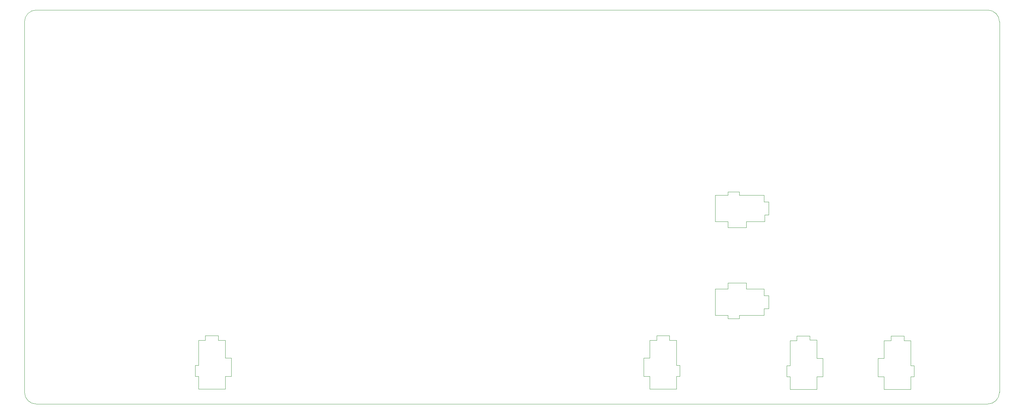
<source format=gbr>
%TF.GenerationSoftware,KiCad,Pcbnew,8.0.3*%
%TF.CreationDate,2024-07-13T14:49:37+01:00*%
%TF.ProjectId,CursedBoard,43757273-6564-4426-9f61-72642e6b6963,rev?*%
%TF.SameCoordinates,Original*%
%TF.FileFunction,Profile,NP*%
%FSLAX46Y46*%
G04 Gerber Fmt 4.6, Leading zero omitted, Abs format (unit mm)*
G04 Created by KiCad (PCBNEW 8.0.3) date 2024-07-13 14:49:37*
%MOMM*%
%LPD*%
G01*
G04 APERTURE LIST*
%TA.AperFunction,Profile*%
%ADD10C,0.050000*%
%TD*%
G04 APERTURE END LIST*
D10*
X273000000Y-156000000D02*
G75*
G02*
X270000000Y-159000000I-3000000J0D01*
G01*
X29000000Y-159000000D02*
X270000000Y-159000000D01*
X29000000Y-159000000D02*
G75*
G02*
X26000000Y-156000000I0J3000000D01*
G01*
X270000000Y-59000000D02*
G75*
G02*
X273000000Y-62000000I0J-3000000D01*
G01*
X26000000Y-62000000D02*
G75*
G02*
X29000000Y-59000000I3000000J0D01*
G01*
X270000000Y-59000000D02*
X29000000Y-59000000D01*
X26000000Y-62000000D02*
X26000000Y-156000000D01*
X273000000Y-156000000D02*
X273000000Y-62000000D01*
%TO.C,S1*%
X69275350Y-149125470D02*
X70099350Y-149125470D01*
X69275350Y-151924230D02*
X69275350Y-149125470D01*
X70099350Y-142855400D02*
X71825350Y-142855400D01*
X70099350Y-149125470D02*
X70099350Y-142855400D01*
X70099350Y-151924230D02*
X69275350Y-151924230D01*
X70099350Y-155154430D02*
X70099350Y-151924230D01*
X71825350Y-141655131D02*
X75125350Y-141655131D01*
X71825350Y-142855400D02*
X71825350Y-141655131D01*
X75125350Y-141655131D02*
X75125350Y-142855400D01*
X75125350Y-142855400D02*
X76850350Y-142855400D01*
X76850350Y-142855400D02*
X76850350Y-147324361D01*
X76850350Y-147324361D02*
X78376350Y-147324361D01*
X76850350Y-151924230D02*
X76850350Y-155154430D01*
X76850350Y-155154430D02*
X70099350Y-155154430D01*
X78376350Y-147324361D02*
X78376350Y-151924230D01*
X78376350Y-151924230D02*
X76850350Y-151924230D01*
X182873450Y-147324361D02*
X184399450Y-147324361D01*
X182873450Y-151924230D02*
X182873450Y-147324361D01*
X184399450Y-142855400D02*
X186126149Y-142855400D01*
X184399450Y-147324361D02*
X184399450Y-142855400D01*
X184399450Y-151924230D02*
X182873450Y-151924230D01*
X184399450Y-155154430D02*
X184399450Y-151924230D01*
X186126149Y-141655131D02*
X189425170Y-141655131D01*
X186126149Y-142855400D02*
X186126149Y-141655131D01*
X189425170Y-141655131D02*
X189425170Y-142855400D01*
X189425170Y-142855400D02*
X191150470Y-142855400D01*
X191150470Y-142855400D02*
X191150470Y-149125470D01*
X191150470Y-149125470D02*
X191975899Y-149125470D01*
X191150470Y-151924230D02*
X191150470Y-155154430D01*
X191150470Y-155154430D02*
X184399450Y-155154430D01*
X191975899Y-149125470D02*
X191975899Y-151924230D01*
X191975899Y-151924230D02*
X191150470Y-151924230D01*
%TO.C,S3*%
X219130300Y-149208699D02*
X219955700Y-149208699D01*
X219130300Y-152007599D02*
X219130300Y-149208699D01*
X219955700Y-142938799D02*
X221681000Y-142938799D01*
X219955700Y-149208699D02*
X219955700Y-142938799D01*
X219955700Y-152007599D02*
X219130300Y-152007599D01*
X219955700Y-155237699D02*
X219955700Y-152007599D01*
X221681000Y-141738599D02*
X224980100Y-141738599D01*
X221681000Y-142938799D02*
X221681000Y-141738599D01*
X224980100Y-141738599D02*
X224980100Y-142696893D01*
X224980100Y-142696893D02*
X226705400Y-142708799D01*
X226705400Y-142708799D02*
X226705400Y-147407799D01*
X226705400Y-147407799D02*
X228230900Y-147407799D01*
X226705400Y-152007599D02*
X226705400Y-155237699D01*
X226705400Y-155237699D02*
X219955700Y-155237699D01*
X228230900Y-147407799D02*
X228230900Y-152007599D01*
X228230900Y-152007599D02*
X226705400Y-152007599D01*
X242230300Y-147407799D02*
X243755800Y-147407799D01*
X242230300Y-152007599D02*
X242230300Y-147407799D01*
X243755800Y-142938799D02*
X245481150Y-142938799D01*
X243755800Y-147407799D02*
X243755800Y-142938799D01*
X243755800Y-152007599D02*
X242230300Y-152007599D01*
X243755800Y-155237699D02*
X243755800Y-152007599D01*
X245481150Y-141738599D02*
X248780160Y-141738599D01*
X245481150Y-142938799D02*
X245481150Y-141738599D01*
X248780160Y-141738599D02*
X248780160Y-142938799D01*
X248780160Y-142938799D02*
X250505450Y-142938799D01*
X250505450Y-142938799D02*
X250505450Y-149208699D01*
X250505450Y-149208699D02*
X251330910Y-149208699D01*
X250505450Y-152007599D02*
X250505450Y-155237699D01*
X250505450Y-155237699D02*
X243755800Y-155237699D01*
X251330910Y-149208699D02*
X251330910Y-152007599D01*
X251330910Y-152007599D02*
X250505450Y-152007599D01*
%TO.C,S2*%
X201012301Y-105955700D02*
X204242401Y-105955700D01*
X201012301Y-112705400D02*
X201012301Y-105955700D01*
X201012301Y-129755800D02*
X204242401Y-129755800D01*
X201012301Y-136505450D02*
X201012301Y-129755800D01*
X204242401Y-105130300D02*
X207041301Y-105130300D01*
X204242401Y-105955700D02*
X204242401Y-105130300D01*
X204242401Y-112705400D02*
X201012301Y-112705400D01*
X204242401Y-114230900D02*
X204242401Y-112705400D01*
X204242401Y-128230300D02*
X208842201Y-128230300D01*
X204242401Y-129755800D02*
X204242401Y-128230300D01*
X204242401Y-136505450D02*
X201012301Y-136505450D01*
X204242401Y-137330910D02*
X204242401Y-136505450D01*
X207041301Y-105130300D02*
X207041301Y-105955700D01*
X207041301Y-105955700D02*
X213311201Y-105955700D01*
X207041301Y-136505450D02*
X207041301Y-137330910D01*
X207041301Y-137330910D02*
X204242401Y-137330910D01*
X208842201Y-112705400D02*
X208842201Y-114230900D01*
X208842201Y-114230900D02*
X204242401Y-114230900D01*
X208842201Y-128230300D02*
X208842201Y-129755800D01*
X208842201Y-129755800D02*
X213311201Y-129755800D01*
X213311201Y-105955700D02*
X213311201Y-107681000D01*
X213311201Y-107681000D02*
X214511401Y-107681000D01*
X213311201Y-129755800D02*
X213311201Y-131481150D01*
X213311201Y-131481150D02*
X214511401Y-131481150D01*
X213311201Y-134780160D02*
X213311201Y-136505450D01*
X213311201Y-136505450D02*
X207041301Y-136505450D01*
X213541201Y-112705400D02*
X208842201Y-112705400D01*
X213553107Y-110980100D02*
X213541201Y-112705400D01*
X214511401Y-107681000D02*
X214511401Y-110980100D01*
X214511401Y-110980100D02*
X213553107Y-110980100D01*
X214511401Y-131481150D02*
X214511401Y-134780160D01*
X214511401Y-134780160D02*
X213311201Y-134780160D01*
%TD*%
M02*

</source>
